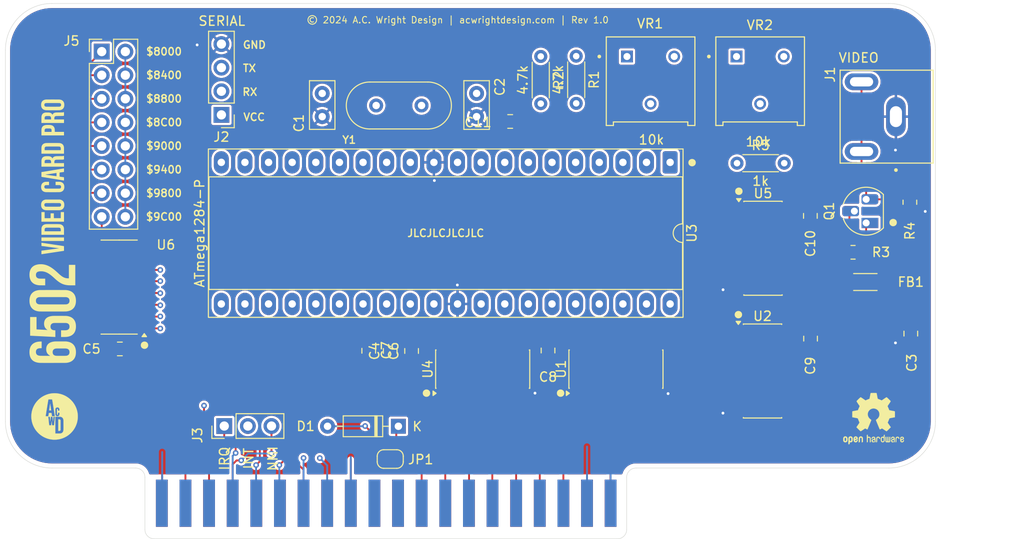
<source format=kicad_pcb>
(kicad_pcb (version 20241229) (generator "pcbnew") (generator_version "9.0")
  (title_block (title "6502 Video Card") (date "2024-07-08") (rev "1.0") (company "A.C. Wright Design"))
  (layers (0 "F.Cu" signal) (2 "B.Cu" signal) (13 "F.Paste" user) (15 "B.Paste" user) (5 "F.SilkS" user "F.Silkscreen") (7 "B.SilkS" user "B.Silkscreen") (1 "F.Mask" user) (3 "B.Mask" user) (25 "Edge.Cuts" user))
  (net 0 "")
  (net 1 "GND")
  (net 2 "VCC")
  (net 3 "IRQB")
  (net 4 "RWB")
  (net 5 "RESB")
  (net 6 "A15")
  (net 7 "A12")
  (net 8 "D6")
  (net 9 "D3")
  (net 10 "D7")
  (net 11 "D5")
  (net 12 "A11")
  (net 13 "A14")
  (net 14 "A13")
  (net 15 "A10")
  (net 16 "Net-(Q1-C)")
  (net 17 "D1")
  (net 18 "D2")
  (net 19 "CSB")
  (net 20 "/$8400")
  (net 21 "/$9800")
  (net 22 "/$9400")
  (net 23 "/$8C00")
  (net 24 "/$9000")
  (net 25 "/$8800")
  (net 26 "/$8000")
  (net 27 "/$9C00")
  (net 28 "INTB")
  (net 29 "D0")
  (net 30 "A1")
  (net 31 "NMIB")
  (net 32 "D4")
  (net 33 "A0")
  (net 34 "A3")
  (net 35 "A2")
  (net 36 "TX")
  (net 37 "RX")
  (net 38 "Net-(Q1-B)")
  (net 39 "SYNCB")
  (net 40 "SERL")
  (net 41 "SERH")
  (net 42 "SRMODE")
  (net 43 "PX3")
  (net 44 "PX4")
  (net 45 "PX1")
  (net 46 "SRLOADB")
  (net 47 "PX5")
  (net 48 "PX6")
  (net 49 "PX7")
  (net 50 "PX2")
  (net 51 "SRENB")
  (net 52 "PX0")
  (net 53 "PXCLK")
  (net 54 "SRCLEARB")
  (net 55 "Net-(U4-Zd)")
  (net 56 "Net-(U4-Za)")
  (net 57 "Net-(U4-Zc)")
  (net 58 "Net-(U4-Zb)")
  (net 61 "Net-(U3-XTAL1)")
  (net 62 "Net-(U3-XTAL2)")
  (net 63 "Net-(U3-AREF)")
  (net 64 "Net-(J1-In)")
  (net 68 "PHI2")
  (net 79 "Net-(U1-Za)")
  (net 80 "Net-(U1-Zc)")
  (net 81 "Net-(D1-A)")
  (net 82 "Net-(U1-Zb)")
  (net 83 "Net-(U1-Zd)")
  (footprint "Capacitor_THT:C_Disc_D5.0mm_W2.5mm_P2.50mm" (layer "F.Cu") (at 123.81 80 -90)
    (property "Reference" "C1")
    (property "Value" "20pF" (hide yes))
  )
  (footprint "Package_SO:SOIC-16_3.9x9.9mm_P1.27mm" (layer "F.Cu") (at 155.395 109.675 90)
    (property "Reference" "U1")
    (property "Value" "74HC157" (hide yes))
  )
  (footprint "Package_TO_SOT_THT:TO-92_HandSolder" (layer "F.Cu") (at 182.3 93.94 90)
    (property "Reference" "Q1")
    (property "Value" "2N4401" (hide yes))
  )
  (footprint "Connector_PinHeader_2.54mm:PinHeader_1x04_P2.54mm_Vertical" (layer "F.Cu") (at 112.97 82.31 180)
    (property "Reference" "J2")
    (property "Value" "SERIAL")
  )
  (footprint "Resistor_THT:R_Axial_DIN0204_L3.6mm_D1.6mm_P5.08mm_Horizontal" (layer "F.Cu") (at 147.31 76.02 -90)
    (property "Reference" "R2")
    (property "Value" "4.7k")
  )
  (footprint "Capacitor_SMD:C_0805_2012Metric" (layer "F.Cu") (at 128.81 107.7 -90)
    (property "Reference" "C7")
    (property "Value" "100nF" (hide yes))
  )
  (footprint "Package_SO:SOIC-16_3.9x9.9mm_P1.27mm" (layer "F.Cu") (at 141.065 109.675 90)
    (property "Reference" "U4")
    (property "Value" "74HC157" (hide yes))
  )
  (footprint "Connector_PinHeader_2.54mm:PinHeader_1x03_P2.54mm_Vertical" (layer "F.Cu") (at 113.275 115.8 90)
    (property "Reference" "J3")
    (property "Value" "INT Select" (hide yes))
  )
  (footprint "Capacitor_SMD:C_0805_2012Metric" (layer "F.Cu") (at 176.3 93.18 -90)
    (property "Reference" "C10")
    (property "Value" "100nF" (hide yes))
  )
  (footprint "Crystal:Crystal_HC49-U_Vertical" (layer "F.Cu") (at 134.49 81.3 180)
    (property "Reference" "Y1")
    (property "Value" "16 MHz" (hide yes))
  )
  (footprint "Resistor_THT:R_Axial_DIN0204_L3.6mm_D1.6mm_P5.08mm_Horizontal" (layer "F.Cu") (at 151.12 75.99 -90)
    (property "Reference" "R1")
    (property "Value" "4.7k")
  )
  (footprint "Capacitor_SMD:C_0805_2012Metric" (layer "F.Cu") (at 176.32 106.39 -90)
    (property "Reference" "C9")
    (property "Value" "100nF" (hide yes))
  )
  (footprint "Package_SO:SOIC-16_3.9x9.9mm_P1.27mm" (layer "F.Cu") (at 171.155 109.875)
    (property "Reference" "U2")
    (property "Value" "74HC166" (hide yes))
  )
  (footprint "Package_SO:SOIC-16_3.9x9.9mm_P1.27mm" (layer "F.Cu") (at 101.975 100.845 180)
    (property "Reference" "U6")
    (property "Value" "74HC138" (hide yes))
  )
  (footprint "Capacitor_SMD:C_0805_2012Metric" (layer "F.Cu") (at 144.02 83.02)
    (property "Reference" "C11")
    (property "Value" "100nF" (hide yes))
  )
  (footprint "Resistor_THT:R_Axial_DIN0204_L3.6mm_D1.6mm_P5.08mm_Horizontal" (layer "F.Cu") (at 168.41 87.51)
    (property "Reference" "R5")
    (property "Value" "1k")
  )
  (footprint "A.C. Wright Logo:A.C. Wright Logo 5mm" (layer "F.Cu") (at 95.03 114.77)
    (property "Reference" "G***" (hide yes))
    (property "Value" "LOGO" (hide yes))
  )
  (footprint "Package_SO:SOIC-16_3.9x9.9mm_P1.27mm" (layer "F.Cu") (at 171.205 96.665)
    (property "Reference" "U5")
    (property "Value" "74HC166" (hide yes))
  )
  (footprint "Capacitor_THT:C_Disc_D5.0mm_W2.5mm_P2.50mm" (layer "F.Cu") (at 140.41 80 -90)
    (property "Reference" "C2")
    (property "Value" "20pF" (hide yes))
  )
  (footprint "6502 Parts:SWITCHCRAFT_PJRAN1X1U04X" (layer "F.Cu") (at 185.5 82.5 90)
    (property "Reference" "J1")
    (property "Value" "VIDEO")
  )
  (footprint "Capacitor_SMD:C_0805_2012Metric" (layer "F.Cu") (at 102.05 107.5)
    (property "Reference" "C5")
    (property "Value" "100nF" (hide yes))
  )
  (footprint "Diode_THT:D_DO-35_SOD27_P7.62mm_Horizontal" (layer "F.Cu") (at 132 115.825 180)
    (property "Reference" "D1")
    (property "Value" "D_Schottky" (hide yes))
  )
  (footprint "Resistor_SMD:R_0805_2012Metric" (layer "F.Cu") (at 187 91.7125 -90)
    (property "Reference" "R4")
    (property "Value" "75" (hide yes))
  )
  (footprint "Symbol:OSHW-Logo2_7.3x6mm_SilkScreen" (layer "F.Cu") (at 183.1 115)
    (property "Reference" "REF**" (hide yes))
    (property "Value" "OSHW-Logo2_7.3x6mm_SilkScreen" (hide yes))
  )
  (footprint "Capacitor_SMD:C_0805_2012Metric" (layer "F.Cu") (at 148.09 107.67 -90)
    (property "Reference" "C8")
    (property "Value" "100nF" (hide yes))
  )
  (footprint "6502 Parts:6502 Card Edge" (layer "F.Cu") (at 106.562 126.646)
    (property "Reference" "J4" (hide yes))
    (property "Value" "6502 Card Edge" (hide yes))
  )
  (footprint "Capacitor_SMD:C_0805_2012Metric" (layer "F.Cu") (at 131.12 107.72 90)
    (property "Reference" "C4")
    (property "Value" "100nF" (hide yes))
  )
  (footprint "Connector_PinHeader_2.54mm:PinHeader_2x08_P2.54mm_Vertical" (layer "F.Cu") (at 100.1 75.5)
    (property "Reference" "J5")
    (property "Value" "Conn_02x08_Odd_Even" (hide yes))
  )
  (footprint "6502 Parts:3386F-1-103LF" (layer "F.Cu") (at 159.12 78.685)
    (property "Reference" "VR1")
    (property "Value" "10k")
  )
  (footprint "Resistor_SMD:R_0805_2012Metric" (layer "F.Cu") (at 180.8875 97.1)
    (property "Reference" "R3")
    (property "Value" "470" (hide yes))
  )
  (footprint "Package_DIP:DIP-40_W15.24mm_Socket_LongPads" (layer "F.Cu") (at 161.22 87.42 -90)
    (property "Reference" "U3")
    (property "Value" "ATmega1284-P")
  )
  (footprint "Capacitor_SMD:C_0805_2012Metric" (layer "F.Cu") (at 187.1 105.85 -90)
    (property "Reference" "C3")
    (property "Value" "100nF" (hide yes))
  )
  (footprint "Inductor_SMD:L_1806_4516Metric" (layer "F.Cu") (at 182.2125 100.3)
    (property "Reference" "FB1")
    (property "Value" "BLM41PG600SN1L" (hide yes))
  )
  (footprint "6502 Logos:6502 Video Card Pro Logo 5mm" (layer "F.Cu") (at 94.830073 87.769479 90)
    (property "Reference" "G***" (hide yes))
    (property "Value" "LOGO" (hide yes))
  )
  (footprint "6502 Parts:3386F-1-103LF" (layer "F.Cu") (at 170.9 78.685)
    (property "Reference" "VR2")
    (property "Value" "10k")
  )
  (footprint "Capacitor_SMD:C_0805_2012Metric" (layer "F.Cu") (at 133.42 107.72 -90)
    (property "Reference" "C6")
    (property "Value" "100nF" (hide yes))
  )
  (footprint "Jumper:SolderJumper-2_P1.3mm_Bridged_RoundedPad1.0x1.5mm" (layer "F.Cu") (at 131.125 119.35 180)
    (property "Reference" "JP1")
    (property "Value" "SolderJumper_2_Bridged" (hide yes))
  )
  (gr_circle (center 149.44 112.26) (end 149.64 112.26) (stroke (width 0.4)) (fill no) (layer "F.SilkS"))
  (gr_circle (center 185.2 93.9) (end 185.4 93.9) (stroke (width 0.4)) (fill no) (layer "F.SilkS"))
  (gr_circle (center 104.7 107.1) (end 104.9 107.1) (stroke (width 0.4)) (fill no) (layer "F.SilkS"))
  (gr_circle (center 163.58 87.45) (end 163.78 87.45) (stroke (width 0.4)) (fill no) (layer "F.SilkS"))
  (gr_circle (center 135.02 112.26) (end 135.22 112.26) (stroke (width 0.4)) (fill no) (layer "F.SilkS"))
  (gr_circle (center 168.61 90.53) (end 168.81 90.53) (stroke (width 0.4)) (fill no) (layer "F.SilkS"))
  (gr_circle (center 168.56 103.81) (end 168.76 103.81) (stroke (width 0.4)) (fill no) (layer "F.SilkS"))
  (gr_arc (start 156.5461 121.3206) (mid 156.838993 120.613493) (end 157.5461 120.3206) (stroke (width 0.05)) (layer "Edge.Cuts"))
  (gr_line (start 189.7461 115.3206) (end 189.7461 75.3206) (stroke (width 0.05)) (layer "Edge.Cuts"))
  (gr_arc (start 94.7461 120.3206) (mid 91.210566 118.856134) (end 89.7461 115.3206) (stroke (width 0.05)) (layer "Edge.Cuts"))
  (gr_line (start 94.7461 120.3206) (end 103.7461 120.3206) (stroke (width 0.05)) (layer "Edge.Cuts"))
  (gr_line (start 157.5461 120.3206) (end 184.7461 120.3206) (stroke (width 0.05)) (layer "Edge.Cuts"))
  (gr_line (start 184.7461 70.3206) (end 94.7461 70.3206) (stroke (width 0.05)) (layer "Edge.Cuts"))
  (gr_arc (start 103.7461 120.3206) (mid 104.453207 120.613493) (end 104.7461 121.3206) (stroke (width 0.05)) (layer "Edge.Cuts"))
  (gr_line (start 156.5461 126.9406) (end 156.5461 121.3206) (stroke (width 0.05)) (layer "Edge.Cuts"))
  (gr_arc (start 189.7461 115.3206) (mid 188.281634 118.856134) (end 184.7461 120.3206) (stroke (width 0.05)) (layer "Edge.Cuts"))
  (gr_arc (start 89.7461 75.3206) (mid 91.210566 71.785066) (end 94.7461 70.3206) (stroke (width 0.05)) (layer "Edge.Cuts"))
  (gr_line (start 105.7461 127.9406) (end 155.5461 127.9406) (stroke (width 0.05)) (layer "Edge.Cuts"))
  (gr_line (start 89.7461 75.3206) (end 89.7461 115.3206) (stroke (width 0.05)) (layer "Edge.Cuts"))
  (gr_arc (start 105.7461 127.9406) (mid 105.038993 127.647707) (end 104.7461 126.9406) (stroke (width 0.05)) (layer "Edge.Cuts"))
  (gr_arc (start 156.5461 126.9406) (mid 156.253207 127.647707) (end 155.5461 127.9406) (stroke (width 0.05)) (layer "Edge.Cuts"))
  (gr_arc (start 184.7461 70.3206) (mid 188.281634 71.785066) (end 189.7461 75.3206) (stroke (width 0.05)) (layer "Edge.Cuts"))
  (gr_line (start 104.7461 121.3206) (end 104.7461 126.9406) (stroke (width 0.05)) (layer "Edge.Cuts"))
  (gr_text "GND" (at 115.2 74.78 0) (layer "F.SilkS") (effects (font (size 0.8 0.8)) (justify left)))
  (gr_text "$9C00" (at 106.8 93.28 0) (layer "F.SilkS") (effects (font (size 0.8 0.8))))
  (gr_text "© 2024 A.C. Wright Design | acwrightdesign.com | Rev 1.0" (at 138.375 72.1 0) (layer "F.SilkS") (effects (font (size 0.7 0.7) (thickness 0.1))))
  (gr_text "$8C00" (at 106.8 83.12 0) (layer "F.SilkS") (effects (font (size 0.8 0.8))))
  (gr_text "IRQ" (at 113.3 119.3 90) (layer "F.SilkS") (effects (font (size 1 1))))
  (gr_text "RX" (at 115.15 79.85 0) (layer "F.SilkS") (effects (font (size 0.8 0.8)) (justify left)))
  (gr_text "$9800" (at 106.8 90.74 0) (layer "F.SilkS") (effects (font (size 0.8 0.8))))
  (gr_text "$9400" (at 106.8 88.2 0) (layer "F.SilkS") (effects (font (size 0.8 0.8))))
  (gr_text "JLCJLCJLCJLC" (at 137.09 95.04 0) (layer "F.SilkS") (effects (font (size 0.8 0.8))))
  (gr_text "NMI" (at 118.5 119.3 90) (layer "F.SilkS") (effects (font (size 1 1))))
  (gr_text "$8000" (at 106.8 75.5 0) (layer "F.SilkS") (effects (font (size 0.8 0.8))))
  (gr_text "$9000" (at 106.8 85.66 0) (layer "F.SilkS") (effects (font (size 0.8 0.8))))
  (gr_text "TX" (at 115.2 77.29 0) (layer "F.SilkS") (effects (font (size 0.8 0.8)) (justify left)))
  (gr_text "INT" (at 115.9 119.3 90) (layer "F.SilkS") (effects (font (size 1 1))))
  (gr_text "VCC" (at 115.25 82.55 0) (layer "F.SilkS") (effects (font (size 0.8 0.8)) (justify left)))
  (gr_text "$8400" (at 106.8 78.04 0) (layer "F.SilkS") (effects (font (size 0.8 0.8))))
  (gr_text "$8800" (at 106.8 80.58 0) (layer "F.SilkS") (effects (font (size 0.8 0.8))))
  (segment (start 106.6 122.163) (end 106.6 119.5) (width 0.2) (layer "F.Cu") (net 1))
  (segment (start 106.562 124.106) (end 106.562 122.201) (width 0.2) (layer "F.Cu") (net 1))
  (segment (start 106.562 122.201) (end 106.6 122.163) (width 0.2) (layer "F.Cu") (net 1))
  (via (at 110.36 74.78) (size 0.6) (drill 0.3) (layers "F.Cu" "B.Cu") (net 1))
  (via (at 188.65 92.7) (size 0.6) (drill 0.3) (layers "F.Cu" "B.Cu") (net 1))
  (via (at 138.34 100.62) (size 0.6) (drill 0.3) (layers "F.Cu" "B.Cu") (net 1))
  (via (at 166.91 101.13) (size 0.6) (drill 0.3) (layers "F.Cu" "B.Cu") (net 1))
  (via (at 146.69 112.26) (size 0.6) (drill 0.3) (layers "F.Cu" "B.Cu") (net 1))
  (via (at 185.45 86.1) (size 0.6) (drill 0.3) (layers "F.Cu" "B.Cu") (net 1))
  (via (at 185.45 106.85) (size 0.6) (drill 0.3) (layers "F.Cu" "B.Cu") (net 1))
  (via (at 135.87 89.38) (size 0.6) (drill 0.3) (layers "F.Cu" "B.Cu") (net 1))
  (via (at 161 112.31) (size 0.6) (drill 0.3) (layers "F.Cu" "B.Cu") (net 1))
  (via (at 166.9 114.41) (size 0.6) (drill 0.3) (layers "F.Cu" "B.Cu") (net 1))
  (segment (start 154.822 124.106) (end 154.822 119.822) (width 0.2) (layer "B.Cu") (net 1))
  (segment (start 180 100.4) (end 180.1 100.3) (width 0.2) (layer "F.Cu") (net 2))
  (segment (start 99.5 107.5) (end 99.5 105.29) (width 0.2) (layer "F.Cu") (net 2))
  (segment (start 154.822 124.106) (end 154.8 124.084) (width 0.2) (layer "F.Cu") (net 2))
  (segment (start 101.1 107.5) (end 100 107.5) (width 0.2) (layer "F.Cu") (net 2))
  (segment (start 95.2 107.9) (end 95.6 107.5) (width 0.2) (layer "F.Cu") (net 2))
  (segment (start 154.8 124.084) (end 154.8 119.2) (width 0.2) (layer "F.Cu") (net 2))
  (segment (start 106.6 124.068) (end 106.562 124.106) (width 0.2) (layer "B.Cu") (net 2))
  (segment (start 106.6 118.6) (end 106.6 124.068) (width 0.2) (layer "B.Cu") (net 2))
  (segment (start 111.642 119.358) (end 113.275 117.725) (width 0.2) (layer "F.Cu") (net 3))
  (segment (start 111.642 124.106) (end 111.642 119.358) (width 0.2) (layer "F.Cu") (net 3))
  (segment (start 113.275 117.725) (end 113.275 115.8) (width 0.2) (layer "F.Cu") (net 3))
  (segment (start 121.802 120.502) (end 121.802 124.106) (width 0.2) (layer "F.Cu") (net 4))
  (segment (start 120.9 119.6) (end 121.802 120.502) (width 0.2) (layer "F.Cu") (net 4))
  (segment (start 111.1 117.1) (end 109.102 119.098) (width 0.2) (layer "F.Cu") (net 5))
  (segment (start 109.102 119.098) (end 109.102 124.106) (width 0.2) (layer "F.Cu") (net 5))
  (segment (start 111.1 113.6) (end 111.1 117.1) (width 0.2) (layer "F.Cu") (net 5))
  (via (at 111.1 113.6) (size 0.6) (drill 0.3) (layers "F.Cu" "B.Cu") (net 5))
  (segment (start 114.5 114.5) (end 114.5 118.7) (width 0.2) (layer "F.Cu") (net 6))
  (segment (start 104.51 99) (end 104.45 98.94) (width 0.2) (layer "F.Cu") (net 6))
  (segment (start 106.4 99) (end 104.51 99) (width 0.2) (layer "F.Cu") (net 6))
  (via (at 106.4 99) (size 0.6) (drill 0.3) (layers "F.Cu" "B.Cu") (net 6))
  (via (at 114.5 118.7) (size 0.6) (drill 0.3) (layers "F.Cu" "B.Cu") (net 6))
  (segment (start 114.182 119.018) (end 114.5 118.7) (width 0.2) (layer "B.Cu") (net 6))
  (segment (start 114.182 124.106) (end 114.182 119.018) (width 0.2) (layer "B.Cu") (net 6))
  (segment (start 106.35 102.75) (end 106.4 102.8) (width 0.2) (layer "F.Cu") (net 7))
  (segment (start 104.45 102.75) (end 106.35 102.75) (width 0.2) (layer "F.Cu") (net 7))
  (segment (start 121.8 119.24) (end 121.8 119.2) (width 0.2) (layer "F.Cu") (net 7))
  (segment (start 121.8 119.2) (end 121.9 119.1) (width 0.2) (layer "F.Cu") (net 7))
  (via (at 106.4 102.8) (size 0.6) (drill 0.3) (layers "F.Cu" "B.Cu") (net 7))
  (via (at 121.8 119.24) (size 0.6) (drill 0.3) (layers "F.Cu" "B.Cu") (net 7))
  (segment (start 121.802 119.398) (end 121.802 124.106) (width 0.2) (layer "B.Cu") (net 7))
  (segment (start 121.8 119.24) (end 121.8 119.396) (width 0.2) (layer "B.Cu") (net 7))
  (segment (start 121.8 119.396) (end 121.802 119.398) (width 0.2) (layer "B.Cu") (net 7))
  (segment (start 137.042 115.804448) (end 137.042 124.106) (width 0.2) (layer "F.Cu") (net 8))
  (segment (start 144.662 124.106) (end 144.662 119.938) (width 0.2) (layer "F.Cu") (net 9))
  (segment (start 144.662 119.938) (end 144.7 119.9) (width 0.2) (layer "F.Cu") (net 9))
  (segment (start 134.502 113.852) (end 134.502 124.106) (width 0.2) (layer "F.Cu") (net 10))
  (segment (start 139.6 117.9) (end 139.6 124.088) (width 0.2) (layer "F.Cu") (net 11))
  (segment (start 139.6 124.088) (end 139.582 124.106) (width 0.2) (layer "F.Cu") (net 11))
  (segment (start 106.38 104.02) (end 106.4 104) (width 0.2) (layer "F.Cu") (net 12))
  (segment (start 104.45 104.02) (end 106.38 104.02) (width 0.2) (layer "F.Cu") (net 12))
  (via (at 106.4 104) (size 0.6) (drill 0.3) (layers "F.Cu" "B.Cu") (net 12))
  (via (at 123.55 119.25) (size 0.6) (drill 0.3) (layers "F.Cu" "B.Cu") (net 12))
  (segment (start 124.342 120.042) (end 124.342 124.106) (width 0.2) (layer "B.Cu") (net 12))
  (segment (start 123.55 119.25) (end 124.342 120.042) (width 0.2) (layer "B.Cu") (net 12))
  (segment (start 104.45 100.21) (end 106.39 100.21) (width 0.2) (layer "F.Cu") (net 13))
  (segment (start 117.1 112.3) (end 117.1 119.6) (width 0.2) (layer "F.Cu") (net 13))
  (segment (start 106.39 100.21) (end 106.4 100.2) (width 0.2) (layer "F.Cu") (net 13))
  (segment (start 117.1 119.6) (end 116.7 120) (width 0.2) (layer "F.Cu") (net 13))
  (via (at 116.7 120) (size 0.6) (drill 0.3) (layers "F.Cu" "B.Cu") (net 13))
  (via (at 106.4 100.2) (size 0.6) (drill 0.3) (layers "F.Cu" "B.Cu") (net 13))
  (segment (start 116.7 120) (end 116.7 124.084) (width 0.2) (layer "B.Cu") (net 13))
  (segment (start 116.7 124.084) (end 116.722 124.106) (width 0.2) (layer "B.Cu") (net 13))
  (segment (start 104.45 101.48) (end 106.38 101.48) (width 0.2) (layer "F.Cu") (net 14))
  (segment (start 106.38 101.48) (end 106.4 101.5) (width 0.2) (layer "F.Cu") (net 14))
  (segment (start 120.1 114) (end 120.1 119.1) (width 0.2) (layer "F.Cu") (net 14))
  (segment (start 120.1 119.1) (end 119.2 120) (width 0.2) (layer "F.Cu") (net 14))
  (via (at 119.2 120) (size 0.6) (drill 0.3) (layers "F.Cu" "B.Cu") (net 14))
  (via (at 106.4 101.5) (size 0.6) (drill 0.3) (layers "F.Cu" "B.Cu") (net 14))
  (segment (start 119.2 124.044) (end 119.262 124.106) (width 0.2) (layer "B.Cu") (net 14))
  (segment (start 119.2 120) (end 119.2 124.044) (width 0.2) (layer "B.Cu") (net 14))
  (segment (start 106.39 105.29) (end 106.4 105.3) (width 0.2) (layer "F.Cu") (net 15))
  (segment (start 104.45 105.29) (end 106.39 105.29) (width 0.2) (layer "F.Cu") (net 15))
  (via (at 106.4 105.3) (size 0.6) (drill 0.3) (layers "F.Cu" "B.Cu") (net 15))
  (segment (start 126.882 119.118) (end 126.882 124.106) (width 0.2) (layer "B.Cu") (net 15))
  (segment (start 185.6 100.3) (end 187.1 101.8) (width 0.2) (layer "F.Cu") (net 16))
  (segment (start 184.325 100.3) (end 185.6 100.3) (width 0.2) (layer "F.Cu") (net 16))
  (segment (start 184.325 100.3) (end 184.325 97.425) (width 0.2) (layer "F.Cu") (net 16))
  (segment (start 187.1 101.8) (end 187.1 104.9) (width 0.2) (layer "F.Cu") (net 16))
  (segment (start 182.3 95.4) (end 182.3 93.94) (width 0.2) (layer "F.Cu") (net 16))
  (segment (start 184.325 97.425) (end 182.3 95.4) (width 0.2) (layer "F.Cu") (net 16))
  (segment (start 149.742 118.442) (end 149.742 124.106) (width 0.2) (layer "F.Cu") (net 17))
  (segment (start 147.202 118.998) (end 147.202 124.106) (width 0.2) (layer "F.Cu") (net 18))
  (segment (start 102.64 75.5) (end 102.64 93.28) (width 0.2) (layer "B.Cu") (net 19))
  (segment (start 99.5 102.75) (end 98.05 102.75) (width 0.2) (layer "F.Cu") (net 20))
  (segment (start 98.56 78.04) (end 100.1 78.04) (width 0.2) (layer "F.Cu") (net 20))
  (segment (start 98.05 102.75) (end 96.065 100.765) (width 0.2) (layer "F.Cu") (net 20))
  (segment (start 96.065 100.765) (end 96.065 80.535) (width 0.2) (layer "F.Cu") (net 20))
  (segment (start 96.065 80.535) (end 98.56 78.04) (width 0.2) (layer "F.Cu") (net 20))
  (segment (start 97.7 96.1) (end 97.7 91.6) (width 0.2) (layer "F.Cu") (net 21))
  (segment (start 98 96.4) (end 97.7 96.1) (width 0.2) (layer "F.Cu") (net 21))
  (segment (start 97.7 91.6) (end 98.6 90.7) (width 0.2) (layer "F.Cu") (net 21))
  (segment (start 98.6 90.7) (end 100.06 90.7) (width 0.2) (layer "F.Cu") (net 21))
  (segment (start 100.06 90.7) (end 100.1 90.74) (width 0.2) (layer "F.Cu") (net 21))
  (segment (start 99.5 96.4) (end 98 96.4) (width 0.2) (layer "F.Cu") (net 21))
  (segment (start 98.07 97.67) (end 97.373 96.973) (width 0.2) (layer "F.Cu") (net 22))
  (segment (start 97.373 89.327) (end 98.5 88.2) (width 0.2) (layer "F.Cu") (net 22))
  (segment (start 98.5 88.2) (end 100.1 88.2) (width 0.2) (layer "F.Cu") (net 22))
  (segment (start 99.5 97.67) (end 98.07 97.67) (width 0.2) (layer "F.Cu") (net 22))
  (segment (start 97.373 96.973) (end 97.373 89.327) (width 0.2) (layer "F.Cu") (net 22))
  (segment (start 96.719 98.919) (end 96.719 84.981) (width 0.2) (layer "F.Cu") (net 23))
  (segment (start 98.58 83.12) (end 100.1 83.12) (width 0.2) (layer "F.Cu") (net 23))
  (segment (start 99.5 100.21) (end 98.01 100.21) (width 0.2) (layer "F.Cu") (net 23))
  (segment (start 96.719 84.981) (end 98.58 83.12) (width 0.2) (layer "F.Cu") (net 23))
  (segment (start 98.01 100.21) (end 96.719 98.919) (width 0.2) (layer "F.Cu") (net 23))
  (segment (start 98.04 98.94) (end 97.046 97.946) (width 0.2) (layer "F.Cu") (net 24))
  (segment (start 98.54 85.66) (end 100.1 85.66) (width 0.2) (layer "F.Cu") (net 24))
  (segment (start 97.046 87.154) (end 98.54 85.66) (width 0.2) (layer "F.Cu") (net 24))
  (segment (start 99.5 98.94) (end 98.04 98.94) (width 0.2) (layer "F.Cu") (net 24))
  (segment (start 97.046 97.946) (end 97.046 87.154) (width 0.2) (layer "F.Cu") (net 24))
  (segment (start 97.98 101.48) (end 96.392 99.892) (width 0.2) (layer "F.Cu") (net 25))
  (segment (start 96.392 99.892) (end 96.392 82.708) (width 0.2) (layer "F.Cu") (net 25))
  (segment (start 98.52 80.58) (end 100.1 80.58) (width 0.2) (layer "F.Cu") (net 25))
  (segment (start 96.392 82.708) (end 98.52 80.58) (width 0.2) (layer "F.Cu") (net 25))
  (segment (start 99.5 101.48) (end 97.98 101.48) (width 0.2) (layer "F.Cu") (net 25))
  (segment (start 95.738 79.862) (end 100.1 75.5) (width 0.2) (layer "F.Cu") (net 26))
  (segment (start 99.5 104.02) (end 98.02 104.02) (width 0.2) (layer "F.Cu") (net 26))
  (segment (start 95.738 101.738) (end 95.738 79.862) (width 0.2) (layer "F.Cu") (net 26))
  (segment (start 98.02 104.02) (end 95.738 101.738) (width 0.2) (layer "F.Cu") (net 26))
  (segment (start 100.1 93.28) (end 100.1 94.6) (width 0.2) (layer "F.Cu") (net 27))
  (segment (start 103.17 97.67) (end 104.45 97.67) (width 0.2) (layer "F.Cu") (net 27))
  (segment (start 100.1 94.6) (end 103.17 97.67) (width 0.2) (layer "F.Cu") (net 27))
  (segment (start 131.775 116.05) (end 132 115.825) (width 0.2) (layer "F.Cu") (net 28))
  (segment (start 132 115.525) (end 132 115.825) (width 0.2) (layer "F.Cu") (net 28))
  (segment (start 131.775 119.35) (end 131.775 116.05) (width 0.2) (layer "F.Cu") (net 28))
  (segment (start 118.355 118.755) (end 118.355 115.8) (width 0.2) (layer "F.Cu") (net 31))
  (segment (start 114.6 119.5) (end 115.1 119.5) (width 0.2) (layer "F.Cu") (net 31))
  (segment (start 118.3 115.8) (end 118.355 115.8) (width 0.2) (layer "F.Cu") (net 31))
  (segment (start 114.182 124.106) (end 114.182 119.918) (width 0.2) (layer "F.Cu") (net 31))
  (segment (start 114.182 119.918) (end 114.6 119.5) (width 0.2) (layer "F.Cu") (net 31))
  (via (at 118.355 118.755) (size 0.6) (drill 0.3) (layers "F.Cu" "B.Cu") (net 31))
  (via (at 115.1 119.5) (size 0.6) (drill 0.3) (layers "F.Cu" "B.Cu") (net 31))
  (segment (start 115.845 118.755) (end 118.355 118.755) (width 0.2) (layer "B.Cu") (net 31))
  (segment (start 115.1 119.5) (end 115.845 118.755) (width 0.2) (layer "B.Cu") (net 31))
  (segment (start 142.1 119.9) (end 142.1 124.084) (width 0.2) (layer "F.Cu") (net 32))
  (segment (start 142.1 124.084) (end 142.122 124.106) (width 0.2) (layer "F.Cu") (net 32))
  (segment (start 152.282 124.106) (end 152.282 118.018) (width 0.2) (layer "B.Cu") (net 33))
  (segment (start 179.975 94.725) (end 180.5 94.2) (width 0.2) (layer "F.Cu") (net 38))
  (segment (start 179.975 97.1) (end 179.975 94.725) (width 0.2) (layer "F.Cu") (net 38))
  (segment (start 180.5 94.2) (end 180.5 93.2) (width 0.2) (layer "F.Cu") (net 38))
  (segment (start 180.5 93.2) (end 181.03 92.67) (width 0.2) (layer "F.Cu") (net 38))
  (segment (start 182.3 88.9) (end 181.8 88.4) (width 0.2) (layer "F.Cu") (net 64))
  (segment (start 181.8 88.4) (end 181.8 86.25) (width 0.2) (layer "F.Cu") (net 64))
  (segment (start 181.8 86.25) (end 181.8 78.75) (width 0.2) (layer "F.Cu") (net 64))
  (segment (start 184.7 91.4) (end 182.3 91.4) (width 0.2) (layer "F.Cu") (net 64))
  (segment (start 187 90.8) (end 185.3 90.8) (width 0.2) (layer "F.Cu") (net 64))
  (segment (start 185.3 90.8) (end 184.7 91.4) (width 0.2) (layer "F.Cu") (net 64))
  (segment (start 182.3 91.4) (end 182.3 88.9) (width 0.2) (layer "F.Cu") (net 64))
  (segment (start 126.882 124.106) (end 126.882 119.418) (width 0.2) (layer "F.Cu") (net 68))
  (segment (start 130.475 117.85) (end 128.425 115.8) (width 0.2) (layer "F.Cu") (net 81))
  (segment (start 128.425 115.8) (end 128.4 115.825) (width 0.2) (layer "F.Cu") (net 81))
  (segment (start 130.475 119.35) (end 130.475 117.85) (width 0.2) (layer "F.Cu") (net 81))
  (via (at 128.425 115.8) (size 0.6) (drill 0.3) (layers "F.Cu" "B.Cu") (net 81))
  (segment (start 128.4 115.825) (end 124.38 115.825) (width 0.2) (layer "B.Cu") (net 81))
  (segment (start 128.425 115.8) (end 128.4 115.825) (width 0.2) (layer "B.Cu") (net 81))
  (zone (net 1) (net_name "GND") (layer "F.Cu") (connect_pads (clearance 0.254)) (min_thickness 0.254) (fill yes (thermal_gap 0.254) (thermal_bridge_width 0.254))
    (polygon (pts (xy 190 121) (xy 89.162 121) (xy 89.162 69.946) (xy 190 69.946)))
  )
  (zone (net 1) (net_name "GND") (layer "B.Cu") (connect_pads (clearance 0.254)) (min_thickness 0.254) (fill yes (thermal_gap 0.254) (thermal_bridge_width 0.254))
    (polygon (pts (xy 190 121) (xy 89.162 121) (xy 89.162 69.946) (xy 190 69.946)))
  )
)
</source>
